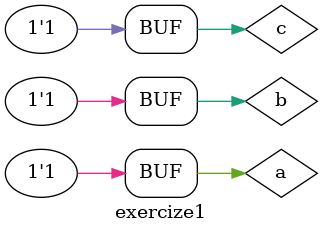
<source format=sv>
module exercize1();
  logic  a, b, c, y, z;

  // instantiate device under test
  sillyfunction dut(a, b, c, y, z);

  // apply inputs one at a time
  initial begin
    a = 0; b = 0; c = 0; #10;
    c = 1;               #10;
    b = 1; c = 0;        #10;
    c = 1;               #10;
    a = 1; b = 0; c = 0; #10;
    c = 1;               #10;
    b = 1; c = 0;        #10;
    c = 1;               #10;
  end

  initial begin
     $dumpfile("dump.vcd");
     $dumpvars(0,exercize1);
  end
endmodule
</source>
